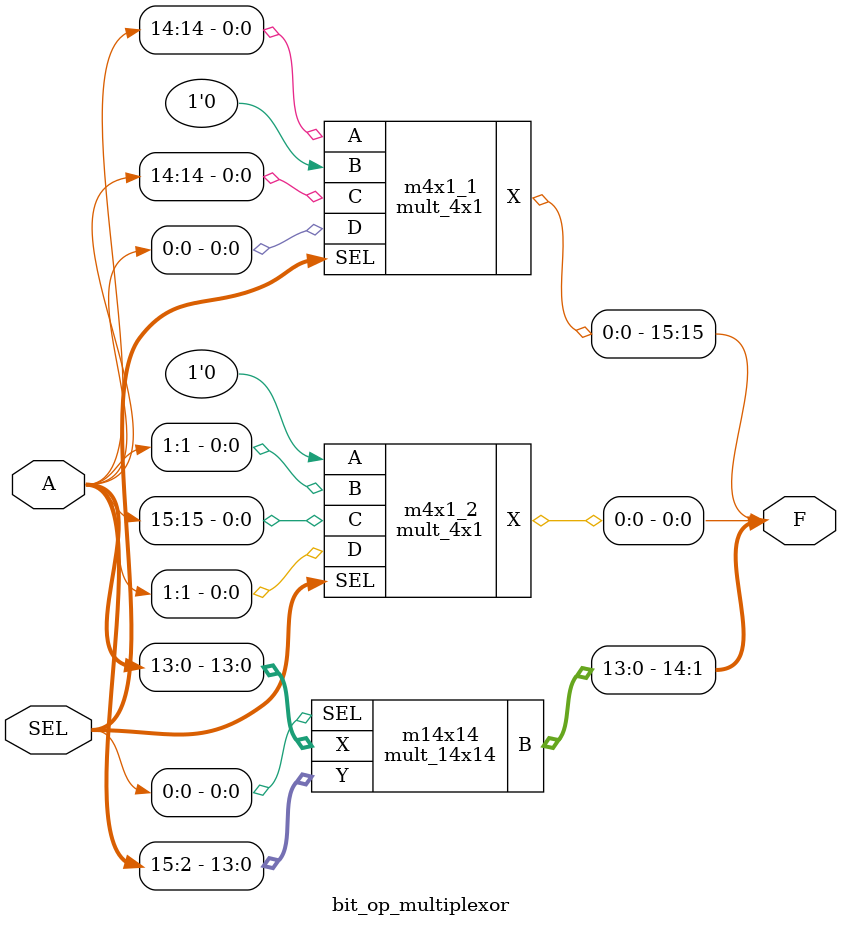
<source format=v>
module mult_14x14(output reg [13:0] B, input [13:0] X, input [13:0] Y, input SEL);
	always begin
		if (~SEL)
			B = X;
		else
			B = Y;
	end
endmodule

module mult_4x1(output reg X, input A, input B, input C, input D, input [1:0] SEL);
	always begin
		case (SEL)
			0: X = A;
			1: X = B;
			2: X = C;
			3: X = D;
		endcase
	end
endmodule

module bit_op_multiplexor(output [15:0] F, input [15:0] A, input [1:0] SEL);
	mult_14x14 m14x14(F[14:1], A[13:0], A[15:2], SEL[0]);
	mult_4x1 m4x1_1(F[15], A[14], 0, A[14], A[0], SEL);
	mult_4x1 m4x1_2(F[0], 0, A[1], A[15], A[1], SEL);
endmodule

</source>
